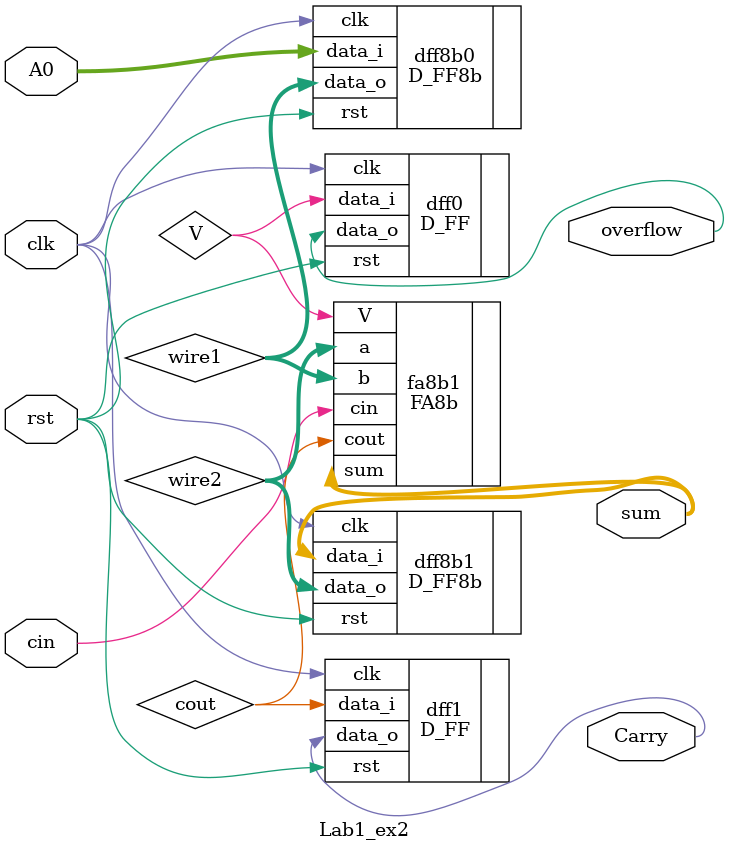
<source format=sv>
module Lab1_ex2 (
	input logic [7:0] A0,
	input logic clk, rst, cin,
	output logic [0:0] overflow, Carry,
	output logic [7:0] sum
);

wire [7:0] wire1, wire2;
wire [0:0] V, cout;

D_FF8b dff8b0 (.clk(clk), .rst(rst), .data_i(A0), .data_o(wire1));
FA8b fa8b1 (.sum(sum), .a(wire2), .b(wire1), .cin(cin), .cout(cout), .V(V));
D_FF8b dff8b1 (.clk(clk), .rst(rst), .data_i(sum), .data_o(wire2));
D_FF dff0 (.clk(clk), .rst(rst), .data_i(V), .data_o(overflow));
D_FF dff1 (.clk(clk), .rst(rst), .data_i(cout), .data_o(Carry));

endmodule 

</source>
